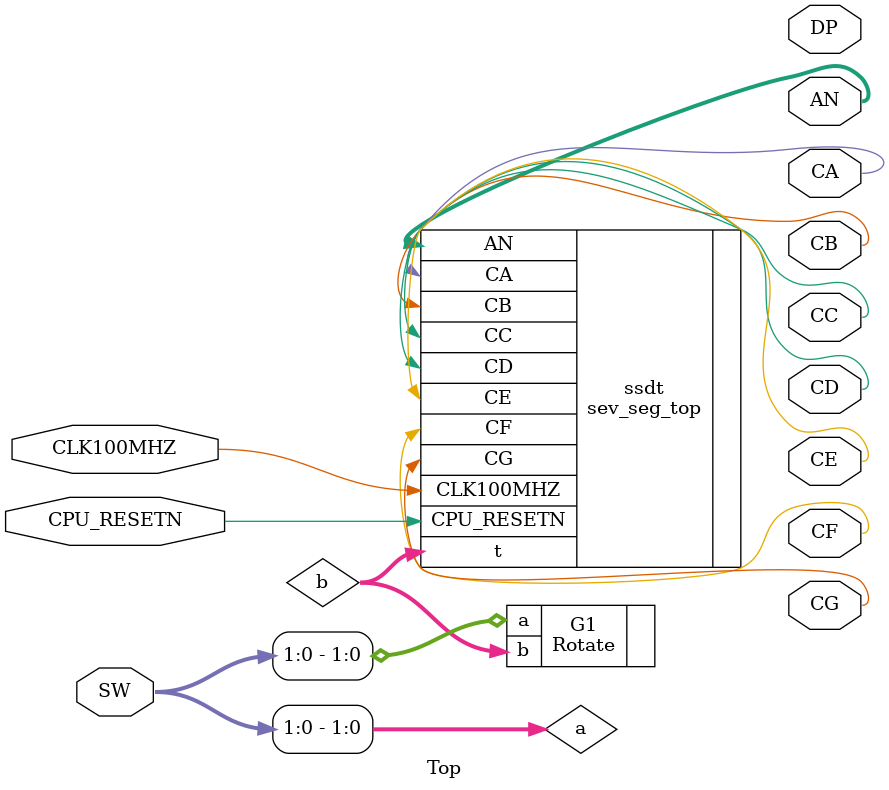
<source format=sv>
`timescale 1ns / 1ps

module Top(
    input wire [9:0] SW,
    input wire CLK100MHZ,    // using the same name as pin names
    input wire CPU_RESETN,
    output wire CA, CB, CC, CD, CE, CF, CG, DP,
    output wire [7:0] AN   

    ); 
//wire [3:0] result; 
//wire cout;
wire [1:0]a;
wire [15:0]b;

assign a = SW[3:0];
//assign b = SW[7:4];
//assign s0 = SW[8];
//assign s1 = SW[9];

//ALU alu(
//    .a(a),
//    .b(b),
//    .s0(s0),
//    .s1(s1),
//    .result(result),
//    .cout(cout)
//);

sev_seg_top ssdt(
    .t(b),
    .CLK100MHZ(CLK100MHZ),
    .CPU_RESETN(CPU_RESETN),
    .CA(CA),
    .CB(CB),
    .CC(CC),
    .CD(CD),
    .CE(CE),
    .CF(CF),
    .CG(CG),
    .AN(AN)
);



Rotate G1(
.b(b), .a(a)

);



endmodule

</source>
